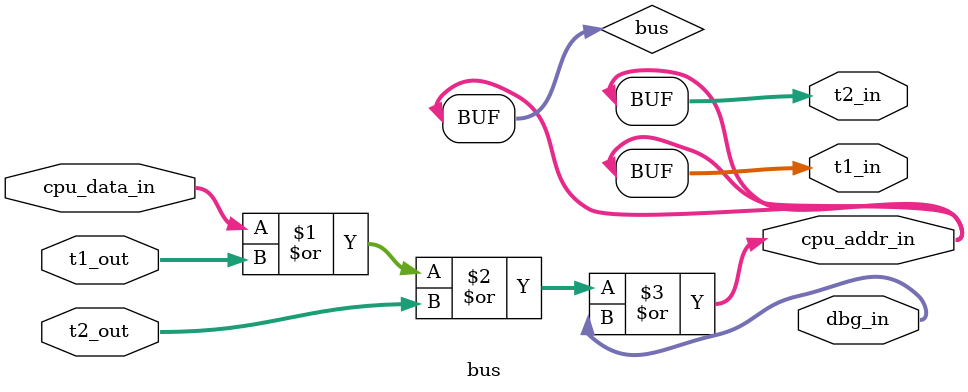
<source format=v>
`timescale 1ns / 1ps

/**
 * Connected stuff to the bus. Note that in/outs are absolute 
 * and are not referred from bus' perspective
 **/
module bus(
        cpu_addr_in,
        cpu_data_in,
        t1_in,
        t2_in,
        t1_out,
        t2_out,
        dbg_in
    );

parameter word_width = 32;

input[word_width-1 : 0] cpu_data_in;
input[word_width-1 : 0] t1_out;
input[word_width-1 : 0] t2_out;

output[word_width-1 : 0] cpu_addr_in;
output[word_width-1 : 0] t1_in;
output[word_width-1 : 0] t2_in;
output[word_width-1 : 0] dbg_in;
// input [word_width-1 : 0] alu_out;
// input [word_width-1 : 0] regs_in;
// input [word_width-1 : 0] cp_in;
// input [word_width-1 : 0] ind_in;
// input [word_width-1 : 0] offset_in;
// output[word_width-1 : 0] am_out;
// output[word_width-1 : 0] aie_out;
// output[word_width-1 : 0] t1_out;
// output[word_width-1 : 0] t2_out;
// output[word_width-1 : 0] ri_out;
// output[word_width-1 : 0] regs_out;
// output[word_width-1 : 0] cp_out;
// output[word_width-1 : 0] ind_out;

wire [word_width-1 : 0]  bus;

assign bus = cpu_data_in | t1_out | t2_out | dbg_in;

assign cpu_addr_in = bus;
assign t1_in = bus;
assign t2_in = bus;

// assign am_out = bus;
// assign aie_out = bus;
// assign ram_out = bus;
// assign io_out = bus;
// assign regs_out = bus;
// assign cp_out = bus;
// assign ind_out = bus;
// assign t1_out = bus;
// assign t2_out = bus;
// assign ri_out = bus;
// assign disp_out = bus;

endmodule

</source>
